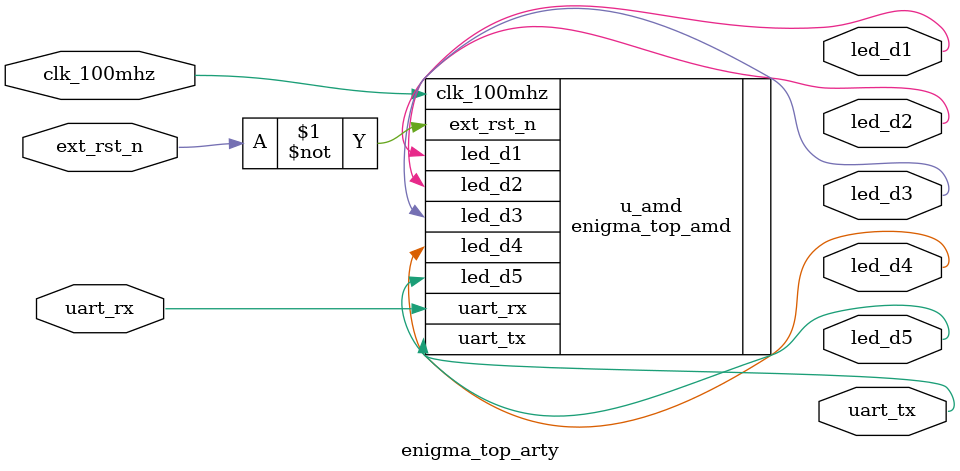
<source format=v>


module enigma_top_arty (
    input  wire clk_100mhz,
    input  wire ext_rst_n,   // Wired to BTN0 (active-high); inverted internally
    input  wire uart_rx,
    output wire uart_tx,
    output wire led_d1,
    output wire led_d2,
    output wire led_d3,
    output wire led_d4,
    output wire led_d5
);

    // BTN0 is active-high; invert so pressed = reset asserted (active-low to enigma_top_amd)
    enigma_top_amd u_amd (
        .clk_100mhz(clk_100mhz),
        .ext_rst_n (~ext_rst_n),
        .uart_rx   (uart_rx),
        .uart_tx   (uart_tx),
        .led_d1    (led_d1),
        .led_d2    (led_d2),
        .led_d3    (led_d3),
        .led_d4    (led_d4),
        .led_d5    (led_d5)
    );

endmodule

</source>
